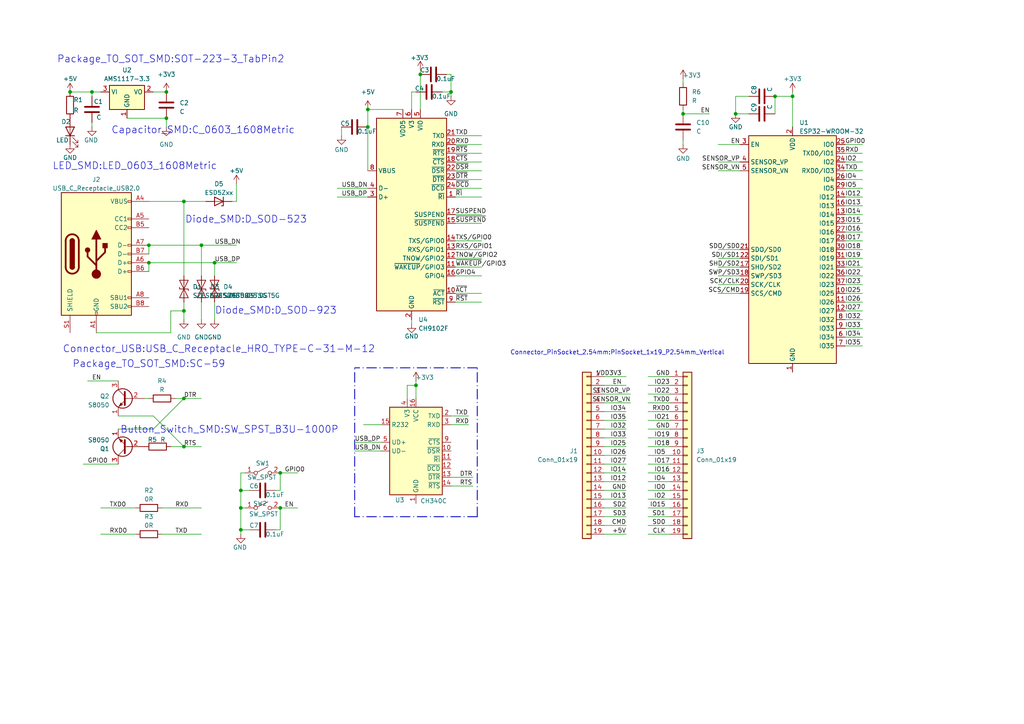
<source format=kicad_sch>
(kicad_sch (version 20231120) (generator "eeschema") (generator_version "8.0")
  (paper "A4")
  (lib_symbols
    (symbol "Connector:USB_C_Receptacle_USB2.0" (pin_names (offset 1.016))
      (property "Reference" "J" (at -10.16 19.05 0))
      (property "Value" "USB_C_Receptacle_USB2.0" (at 19.05 19.05 0))
      (symbol "USB_C_Receptacle_USB2.0_0_0"
        (rectangle (start -0.254 -17.78) (end 0.254 -16.764))
        (rectangle (start 10.16 -14.986) (end 9.144 -15.494))
        (rectangle (start 10.16 -12.446) (end 9.144 -12.954))
        (rectangle (start 10.16 -4.826) (end 9.144 -5.334))
        (rectangle (start 10.16 -2.286) (end 9.144 -2.794))
        (rectangle (start 10.16 0.254) (end 9.144 -0.254))
        (rectangle (start 10.16 2.794) (end 9.144 2.286))
        (rectangle (start 10.16 7.874) (end 9.144 7.366))
        (rectangle (start 10.16 10.414) (end 9.144 9.906))
        (rectangle (start 10.16 15.494) (end 9.144 14.986))
      )
      (symbol "USB_C_Receptacle_USB2.0_0_1"
        (rectangle (start -10.16 17.78) (end 10.16 -17.78) (stroke (width 0.254)) (fill (type background)))
        (arc (start -8.89 -3.81) (mid -6.985 -5.7067) (end -5.08 -3.81) (stroke (width 0.508)))
        (arc (start -7.62 -3.81) (mid -6.985 -4.4423) (end -6.35 -3.81) (stroke (width 0.254)))
        (arc (start -7.62 -3.81) (mid -6.985 -4.4423) (end -6.35 -3.81) (stroke (width 0.254)) (fill (type outline)))
        (rectangle (start -7.62 -3.81) (end -6.35 3.81) (stroke (width 0.254)) (fill (type outline)))
        (arc (start -6.35 3.81) (mid -6.985 4.4423) (end -7.62 3.81) (stroke (width 0.254)))
        (arc (start -6.35 3.81) (mid -6.985 4.4423) (end -7.62 3.81) (stroke (width 0.254)) (fill (type outline)))
        (arc (start -5.08 3.81) (mid -6.985 5.7067) (end -8.89 3.81) (stroke (width 0.508)))
        (circle (center -2.54 1.143) (radius 0.635) (stroke (width 0.254)) (fill (type outline)))
        (circle (center 0 -5.842) (radius 1.27) (fill (type outline)))
        (polyline (pts (xy -8.89 -3.81) (xy -8.89 3.81)) (stroke (width 0.508)))
        (polyline (pts (xy -5.08 3.81) (xy -5.08 -3.81)) (stroke (width 0.508)))
        (polyline (pts (xy 0 -5.842) (xy 0 4.318)) (stroke (width 0.508)))
        (polyline (pts (xy 0 -3.302) (xy -2.54 -0.762) (xy -2.54 0.508)) (stroke (width 0.508)))
        (polyline (pts (xy 0 -2.032) (xy 2.54 0.508) (xy 2.54 1.778)) (stroke (width 0.508)))
        (polyline (pts (xy -1.27 4.318) (xy 0 6.858) (xy 1.27 4.318) (xy -1.27 4.318)) (stroke (width 0.254)) (fill (type outline)))
        (rectangle (start 1.905 1.778) (end 3.175 3.048) (stroke (width 0.254)) (fill (type outline)))
      )
      (symbol "USB_C_Receptacle_USB2.0_1_1"
        (pin passive line (at 0 -22.86 90) (length 5.08) (name "GND") (number "A1"))
        (pin passive line (at 0 -22.86 90) (length 5.08) hide (name "GND") (number "A12"))
        (pin passive line (at 15.24 15.24 180) (length 5.08) (name "VBUS") (number "A4"))
        (pin bidirectional line (at 15.24 10.16 180) (length 5.08) (name "CC1") (number "A5"))
        (pin bidirectional line (at 15.24 -2.54 180) (length 5.08) (name "D+") (number "A6"))
        (pin bidirectional line (at 15.24 2.54 180) (length 5.08) (name "D-") (number "A7"))
        (pin bidirectional line (at 15.24 -12.7 180) (length 5.08) (name "SBU1") (number "A8"))
        (pin passive line (at 15.24 15.24 180) (length 5.08) hide (name "VBUS") (number "A9"))
        (pin passive line (at 0 -22.86 90) (length 5.08) hide (name "GND") (number "B1"))
        (pin passive line (at 0 -22.86 90) (length 5.08) hide (name "GND") (number "B12"))
        (pin passive line (at 15.24 15.24 180) (length 5.08) hide (name "VBUS") (number "B4"))
        (pin bidirectional line (at 15.24 7.62 180) (length 5.08) (name "CC2") (number "B5"))
        (pin bidirectional line (at 15.24 -5.08 180) (length 5.08) (name "D+") (number "B6"))
        (pin bidirectional line (at 15.24 0 180) (length 5.08) (name "D-") (number "B7"))
        (pin bidirectional line (at 15.24 -15.24 180) (length 5.08) (name "SBU2") (number "B8"))
        (pin passive line (at 15.24 15.24 180) (length 5.08) hide (name "VBUS") (number "B9"))
        (pin passive line (at -7.62 -22.86 90) (length 5.08) (name "SHIELD") (number "S1"))
      )
    )
    (symbol "Connector_Generic:Conn_01x19" (pin_names (offset 1.016) hide)
      (property "Reference" "J" (at 0 25.4 0))
      (property "Value" "Conn_01x19" (at 0 -25.4 0))
      (symbol "Conn_01x19_1_1"
        (rectangle (start -1.27 -22.733) (end 0 -22.987) (stroke (width 0.1524)))
        (rectangle (start -1.27 -20.193) (end 0 -20.447) (stroke (width 0.1524)))
        (rectangle (start -1.27 -17.653) (end 0 -17.907) (stroke (width 0.1524)))
        (rectangle (start -1.27 -15.113) (end 0 -15.367) (stroke (width 0.1524)))
        (rectangle (start -1.27 -12.573) (end 0 -12.827) (stroke (width 0.1524)))
        (rectangle (start -1.27 -10.033) (end 0 -10.287) (stroke (width 0.1524)))
        (rectangle (start -1.27 -7.493) (end 0 -7.747) (stroke (width 0.1524)))
        (rectangle (start -1.27 -4.953) (end 0 -5.207) (stroke (width 0.1524)))
        (rectangle (start -1.27 -2.413) (end 0 -2.667) (stroke (width 0.1524)))
        (rectangle (start -1.27 0.127) (end 0 -0.127) (stroke (width 0.1524)))
        (rectangle (start -1.27 2.667) (end 0 2.413) (stroke (width 0.1524)))
        (rectangle (start -1.27 5.207) (end 0 4.953) (stroke (width 0.1524)))
        (rectangle (start -1.27 7.747) (end 0 7.493) (stroke (width 0.1524)))
        (rectangle (start -1.27 10.287) (end 0 10.033) (stroke (width 0.1524)))
        (rectangle (start -1.27 12.827) (end 0 12.573) (stroke (width 0.1524)))
        (rectangle (start -1.27 15.367) (end 0 15.113) (stroke (width 0.1524)))
        (rectangle (start -1.27 17.907) (end 0 17.653) (stroke (width 0.1524)))
        (rectangle (start -1.27 20.447) (end 0 20.193) (stroke (width 0.1524)))
        (rectangle (start -1.27 22.987) (end 0 22.733) (stroke (width 0.1524)))
        (rectangle (start -1.27 24.13) (end 1.27 -24.13) (stroke (width 0.254)) (fill (type background)))
        (pin passive line (at -5.08 22.86 0) (length 3.81) (name "Pin_1") (number "1"))
        (pin passive line (at -5.08 0 0) (length 3.81) (name "Pin_10") (number "10"))
        (pin passive line (at -5.08 -2.54 0) (length 3.81) (name "Pin_11") (number "11"))
        (pin passive line (at -5.08 -5.08 0) (length 3.81) (name "Pin_12") (number "12"))
        (pin passive line (at -5.08 -7.62 0) (length 3.81) (name "Pin_13") (number "13"))
        (pin passive line (at -5.08 -10.16 0) (length 3.81) (name "Pin_14") (number "14"))
        (pin passive line (at -5.08 -12.7 0) (length 3.81) (name "Pin_15") (number "15"))
        (pin passive line (at -5.08 -15.24 0) (length 3.81) (name "Pin_16") (number "16"))
        (pin passive line (at -5.08 -17.78 0) (length 3.81) (name "Pin_17") (number "17"))
        (pin passive line (at -5.08 -20.32 0) (length 3.81) (name "Pin_18") (number "18"))
        (pin passive line (at -5.08 -22.86 0) (length 3.81) (name "Pin_19") (number "19"))
        (pin passive line (at -5.08 20.32 0) (length 3.81) (name "Pin_2") (number "2"))
        (pin passive line (at -5.08 17.78 0) (length 3.81) (name "Pin_3") (number "3"))
        (pin passive line (at -5.08 15.24 0) (length 3.81) (name "Pin_4") (number "4"))
        (pin passive line (at -5.08 12.7 0) (length 3.81) (name "Pin_5") (number "5"))
        (pin passive line (at -5.08 10.16 0) (length 3.81) (name "Pin_6") (number "6"))
        (pin passive line (at -5.08 7.62 0) (length 3.81) (name "Pin_7") (number "7"))
        (pin passive line (at -5.08 5.08 0) (length 3.81) (name "Pin_8") (number "8"))
        (pin passive line (at -5.08 2.54 0) (length 3.81) (name "Pin_9") (number "9"))
      )
    )
    (symbol "Device:C" (pin_numbers hide) (pin_names (offset 0.254))
      (property "Reference" "C" (at 0.635 2.54 0))
      (property "Value" "C" (at 0.635 -2.54 0))
      (symbol "C_0_1"
        (polyline (pts (xy -2.032 -0.762) (xy 2.032 -0.762)) (stroke (width 0.508)))
        (polyline (pts (xy -2.032 0.762) (xy 2.032 0.762)) (stroke (width 0.508)))
      )
      (symbol "C_1_1"
        (pin passive line (at 0 3.81 270) (length 2.794) (name "~") (number "1"))
        (pin passive line (at 0 -3.81 90) (length 2.794) (name "~") (number "2"))
      )
    )
    (symbol "Device:LED" (pin_numbers hide) (pin_names (offset 1.016) hide)
      (property "Reference" "D" (at 0 2.54 0))
      (property "Value" "LED" (at 0 -2.54 0))
      (symbol "LED_0_1"
        (polyline (pts (xy -1.27 -1.27) (xy -1.27 1.27)) (stroke (width 0.254)))
        (polyline (pts (xy -1.27 0) (xy 1.27 0)))
        (polyline (pts (xy 1.27 -1.27) (xy 1.27 1.27) (xy -1.27 0) (xy 1.27 -1.27)) (stroke (width 0.254)))
        (polyline (pts (xy -3.048 -0.762) (xy -4.572 -2.286) (xy -3.81 -2.286) (xy -4.572 -2.286) (xy -4.572 -1.524)))
        (polyline (pts (xy -1.778 -0.762) (xy -3.302 -2.286) (xy -2.54 -2.286) (xy -3.302 -2.286) (xy -3.302 -1.524)))
      )
      (symbol "LED_1_1"
        (pin passive line (at -3.81 0 0) (length 2.54) (name "K") (number "1"))
        (pin passive line (at 3.81 0 180) (length 2.54) (name "A") (number "2"))
      )
    )
    (symbol "Device:R" (pin_numbers hide) (pin_names (offset 0))
      (property "Reference" "R" (at 2.032 0 90))
      (property "Value" "R" (at 0 0 90))
      (symbol "R_0_1"
        (rectangle (start -1.016 -2.54) (end 1.016 2.54) (stroke (width 0.254)))
      )
      (symbol "R_1_1"
        (pin passive line (at 0 3.81 270) (length 1.27) (name "~") (number "1"))
        (pin passive line (at 0 -3.81 90) (length 1.27) (name "~") (number "2"))
      )
    )
    (symbol "Diode:ESD5Zxx" (pin_numbers hide) (pin_names hide)
      (property "Reference" "D" (at 0 2.54 0))
      (property "Value" "ESD5Zxx" (at 0 -2.54 0))
      (symbol "ESD5Zxx_0_1"
        (polyline (pts (xy 1.27 0) (xy -1.27 0)))
        (polyline (pts (xy -1.27 -1.27) (xy -1.27 1.27) (xy -0.762 1.27)) (stroke (width 0.254)))
        (polyline (pts (xy 1.27 -1.27) (xy 1.27 1.27) (xy -1.27 0) (xy 1.27 -1.27)) (stroke (width 0.254)))
      )
      (symbol "ESD5Zxx_1_1"
        (pin passive line (at -3.81 0 0) (length 2.54) (name "K") (number "1"))
        (pin passive line (at 3.81 0 180) (length 2.54) (name "A") (number "2"))
      )
    )
    (symbol "Diode:SZESD9B5.0ST5G" (pin_numbers hide) (pin_names (offset 1.016) hide)
      (property "Reference" "D" (at 0 2.54 0))
      (property "Value" "SZESD9B5.0ST5G" (at 0 -2.54 0))
      (symbol "SZESD9B5.0ST5G_0_1"
        (polyline (pts (xy 1.27 0) (xy -1.27 0)))
        (polyline (pts (xy -2.54 -1.27) (xy 0 0) (xy -2.54 1.27) (xy -2.54 -1.27)) (stroke (width 0.2032)))
        (polyline (pts (xy 0.508 1.27) (xy 0 1.27) (xy 0 -1.27) (xy -0.508 -1.27)) (stroke (width 0.2032)))
        (polyline (pts (xy 2.54 1.27) (xy 2.54 -1.27) (xy 0 0) (xy 2.54 1.27)) (stroke (width 0.2032)))
      )
      (symbol "SZESD9B5.0ST5G_1_1"
        (pin passive line (at -3.81 0 0) (length 2.54) (name "A1") (number "1"))
        (pin passive line (at 3.81 0 180) (length 2.54) (name "A2") (number "2"))
      )
    )
    (symbol "GND_1" (power) (pin_numbers hide) (pin_names (offset 0) hide)
      (property "Value" "GND" (at 0 -3.81 0))
      (symbol "GND_1_0_1"
        (polyline (pts (xy 0 0) (xy 0 -1.27) (xy 1.27 -1.27) (xy 0 -2.54) (xy -1.27 -1.27) (xy 0 -1.27)))
      )
      (symbol "GND_1_1_1"
        (pin power_in line (at 0 0 270) (length 0) (name "~") (number "1"))
      )
    )
    (symbol "GND_2" (power) (pin_numbers hide) (pin_names (offset 0) hide)
      (property "Value" "GND" (at 0 -3.81 0))
      (symbol "GND_2_0_1"
        (polyline (pts (xy 0 0) (xy 0 -1.27) (xy 1.27 -1.27) (xy 0 -2.54) (xy -1.27 -1.27) (xy 0 -1.27)))
      )
      (symbol "GND_2_1_1"
        (pin power_in line (at 0 0 270) (length 0) (name "~") (number "1"))
      )
    )
    (symbol "Interface_USB:CH340C"
      (property "Reference" "U" (at -5.08 13.97 0))
      (property "Value" "CH340C" (at 1.27 13.97 0))
      (symbol "CH340C_0_1"
        (rectangle (start -7.62 12.7) (end 7.62 -12.7) (stroke (width 0.254)) (fill (type background)))
      )
      (symbol "CH340C_1_1"
        (pin power_in line (at 0 -15.24 90) (length 2.54) (name "GND") (number "1"))
        (pin input line (at 10.16 0 180) (length 2.54) (name "~{DSR}") (number "10"))
        (pin input line (at 10.16 -2.54 180) (length 2.54) (name "~{RI}") (number "11"))
        (pin input line (at 10.16 -5.08 180) (length 2.54) (name "~{DCD}") (number "12"))
        (pin output line (at 10.16 -7.62 180) (length 2.54) (name "~{DTR}") (number "13"))
        (pin output line (at 10.16 -10.16 180) (length 2.54) (name "~{RTS}") (number "14"))
        (pin input line (at -10.16 7.62 0) (length 2.54) (name "R232") (number "15"))
        (pin power_in line (at 0 15.24 270) (length 2.54) (name "VCC") (number "16"))
        (pin output line (at 10.16 10.16 180) (length 2.54) (name "TXD") (number "2"))
        (pin input line (at 10.16 7.62 180) (length 2.54) (name "RXD") (number "3"))
        (pin passive line (at -2.54 15.24 270) (length 2.54) (name "V3") (number "4"))
        (pin bidirectional line (at -10.16 2.54 0) (length 2.54) (name "UD+") (number "5"))
        (pin bidirectional line (at -10.16 0 0) (length 2.54) (name "UD-") (number "6"))
        (pin no_connect line (at -7.62 -7.62 0) (length 2.54) hide (name "NC") (number "7"))
        (pin no_connect line (at -7.62 -10.16 0) (length 2.54) hide (name "NC") (number "8"))
        (pin input line (at 10.16 2.54 180) (length 2.54) (name "~{CTS}") (number "9"))
      )
    )
    (symbol "Interface_USB:CH9102F"
      (property "Reference" "U" (at -8.89 29.21 0))
      (property "Value" "CH9102F" (at 12.7 29.21 0))
      (symbol "CH9102F_1_1"
        (rectangle (start -10.16 27.94) (end 10.16 -27.94) (stroke (width 0.254)) (fill (type background)))
        (pin input line (at 12.7 5.08 180) (length 2.54) (name "~{RI}") (number "1"))
        (pin output line (at 12.7 -22.86 180) (length 2.54) (name "~{ACT}") (number "10"))
        (pin bidirectional line (at 12.7 -15.24 180) (length 2.54) (name "~{WAKEUP}/GPIO3") (number "11"))
        (pin bidirectional line (at 12.7 -12.7 180) (length 2.54) (name "TNOW/GPIO2") (number "12"))
        (pin bidirectional line (at 12.7 -10.16 180) (length 2.54) (name "RXS/GPIO1") (number "13"))
        (pin bidirectional line (at 12.7 -7.62 180) (length 2.54) (name "TXS/GPIO0") (number "14"))
        (pin output line (at 12.7 -2.54 180) (length 2.54) (name "~{SUSPEND}") (number "15"))
        (pin bidirectional line (at 12.7 -17.78 180) (length 2.54) (name "GPIO4") (number "16"))
        (pin output line (at 12.7 0 180) (length 2.54) (name "SUSPEND") (number "17"))
        (pin input line (at 12.7 15.24 180) (length 2.54) (name "~{CTS}") (number "18"))
        (pin output line (at 12.7 17.78 180) (length 2.54) (name "~{RTS}") (number "19"))
        (pin power_in line (at 0 -30.48 90) (length 2.54) (name "GND") (number "2"))
        (pin input line (at 12.7 20.32 180) (length 2.54) (name "RXD") (number "20"))
        (pin output line (at 12.7 22.86 180) (length 2.54) (name "TXD") (number "21"))
        (pin input line (at 12.7 12.7 180) (length 2.54) (name "~{DSR}") (number "22"))
        (pin output line (at 12.7 10.16 180) (length 2.54) (name "~{DTR}") (number "23"))
        (pin input line (at 12.7 7.62 180) (length 2.54) (name "~{DCD}") (number "24"))
        (pin passive line (at 0 -30.48 90) (length 2.54) hide (name "GND") (number "25"))
        (pin bidirectional line (at -12.7 5.08 0) (length 2.54) (name "D+") (number "3"))
        (pin bidirectional line (at -12.7 7.62 0) (length 2.54) (name "D-") (number "4"))
        (pin power_in line (at 2.54 30.48 270) (length 2.54) (name "VIO") (number "5"))
        (pin power_out line (at 0 30.48 270) (length 2.54) (name "V3") (number "6"))
        (pin power_in line (at -2.54 30.48 270) (length 2.54) (name "VDD5") (number "7"))
        (pin input line (at -12.7 12.7 0) (length 2.54) (name "VBUS") (number "8"))
        (pin input line (at 12.7 -25.4 180) (length 2.54) (name "~{RST}") (number "9"))
      )
    )
    (symbol "RF_Module:ESP32-WROOM-32"
      (property "Reference" "U" (at -12.7 34.29 0))
      (property "Value" "ESP32-WROOM-32" (at 1.27 34.29 0))
      (symbol "ESP32-WROOM-32_0_1"
        (rectangle (start -12.7 33.02) (end 12.7 -33.02) (stroke (width 0.254)) (fill (type background)))
      )
      (symbol "ESP32-WROOM-32_1_1"
        (pin power_in line (at 0 -35.56 90) (length 2.54) (name "GND") (number "1"))
        (pin bidirectional line (at 15.24 -12.7 180) (length 2.54) (name "IO25") (number "10"))
        (pin bidirectional line (at 15.24 -15.24 180) (length 2.54) (name "IO26") (number "11"))
        (pin bidirectional line (at 15.24 -17.78 180) (length 2.54) (name "IO27") (number "12"))
        (pin bidirectional line (at 15.24 10.16 180) (length 2.54) (name "IO14") (number "13"))
        (pin bidirectional line (at 15.24 15.24 180) (length 2.54) (name "IO12") (number "14"))
        (pin passive line (at 0 -35.56 90) (length 2.54) hide (name "GND") (number "15"))
        (pin bidirectional line (at 15.24 12.7 180) (length 2.54) (name "IO13") (number "16"))
        (pin bidirectional line (at -15.24 -5.08 0) (length 2.54) (name "SHD/SD2") (number "17"))
        (pin bidirectional line (at -15.24 -7.62 0) (length 2.54) (name "SWP/SD3") (number "18"))
        (pin bidirectional line (at -15.24 -12.7 0) (length 2.54) (name "SCS/CMD") (number "19"))
        (pin power_in line (at 0 35.56 270) (length 2.54) (name "VDD") (number "2"))
        (pin bidirectional line (at -15.24 -10.16 0) (length 2.54) (name "SCK/CLK") (number "20"))
        (pin bidirectional line (at -15.24 0 0) (length 2.54) (name "SDO/SD0") (number "21"))
        (pin bidirectional line (at -15.24 -2.54 0) (length 2.54) (name "SDI/SD1") (number "22"))
        (pin bidirectional line (at 15.24 7.62 180) (length 2.54) (name "IO15") (number "23"))
        (pin bidirectional line (at 15.24 25.4 180) (length 2.54) (name "IO2") (number "24"))
        (pin bidirectional line (at 15.24 30.48 180) (length 2.54) (name "IO0") (number "25"))
        (pin bidirectional line (at 15.24 20.32 180) (length 2.54) (name "IO4") (number "26"))
        (pin bidirectional line (at 15.24 5.08 180) (length 2.54) (name "IO16") (number "27"))
        (pin bidirectional line (at 15.24 2.54 180) (length 2.54) (name "IO17") (number "28"))
        (pin bidirectional line (at 15.24 17.78 180) (length 2.54) (name "IO5") (number "29"))
        (pin input line (at -15.24 30.48 0) (length 2.54) (name "EN") (number "3"))
        (pin bidirectional line (at 15.24 0 180) (length 2.54) (name "IO18") (number "30"))
        (pin bidirectional line (at 15.24 -2.54 180) (length 2.54) (name "IO19") (number "31"))
        (pin no_connect line (at -12.7 -27.94 0) (length 2.54) hide (name "NC") (number "32"))
        (pin bidirectional line (at 15.24 -5.08 180) (length 2.54) (name "IO21") (number "33"))
        (pin bidirectional line (at 15.24 22.86 180) (length 2.54) (name "RXD0/IO3") (number "34"))
        (pin bidirectional line (at 15.24 27.94 180) (length 2.54) (name "TXD0/IO1") (number "35"))
        (pin bidirectional line (at 15.24 -7.62 180) (length 2.54) (name "IO22") (number "36"))
        (pin bidirectional line (at 15.24 -10.16 180) (length 2.54) (name "IO23") (number "37"))
        (pin passive line (at 0 -35.56 90) (length 2.54) hide (name "GND") (number "38"))
        (pin passive line (at 0 -35.56 90) (length 2.54) hide (name "GND") (number "39"))
        (pin input line (at -15.24 25.4 0) (length 2.54) (name "SENSOR_VP") (number "4"))
        (pin input line (at -15.24 22.86 0) (length 2.54) (name "SENSOR_VN") (number "5"))
        (pin input line (at 15.24 -25.4 180) (length 2.54) (name "IO34") (number "6"))
        (pin input line (at 15.24 -27.94 180) (length 2.54) (name "IO35") (number "7"))
        (pin bidirectional line (at 15.24 -20.32 180) (length 2.54) (name "IO32") (number "8"))
        (pin bidirectional line (at 15.24 -22.86 180) (length 2.54) (name "IO33") (number "9"))
      )
    )
    (symbol "Regulator_Linear:AMS1117-3.3"
      (property "Reference" "U" (at -3.81 3.175 0))
      (property "Value" "AMS1117-3.3" (at 0 3.175 0))
      (symbol "AMS1117-3.3_0_1"
        (rectangle (start -5.08 -5.08) (end 5.08 1.905) (stroke (width 0.254)) (fill (type background)))
      )
      (symbol "AMS1117-3.3_1_1"
        (pin power_in line (at 0 -7.62 90) (length 2.54) (name "GND") (number "1"))
        (pin power_out line (at 7.62 0 180) (length 2.54) (name "VO") (number "2"))
        (pin power_in line (at -7.62 0 0) (length 2.54) (name "VI") (number "3"))
      )
    )
    (symbol "Switch:SW_SPST" (pin_names (offset 0) hide)
      (property "Reference" "SW" (at 0 3.175 0))
      (property "Value" "SW_SPST" (at 0 -2.54 0))
      (symbol "SW_SPST_0_0"
        (circle (center -2.032 0) (radius 0.508))
        (polyline (pts (xy -1.524 0.254) (xy 1.524 1.778)))
        (circle (center 2.032 0) (radius 0.508))
      )
      (symbol "SW_SPST_1_1"
        (pin passive line (at -5.08 0 0) (length 2.54) (name "A") (number "1"))
        (pin passive line (at 5.08 0 180) (length 2.54) (name "B") (number "2"))
      )
    )
    (symbol "Transistor_BJT:S8050" (pin_names (offset 0) hide)
      (property "Reference" "Q" (at 5.08 1.905 0))
      (property "Value" "S8050" (at 5.08 0 0))
      (symbol "S8050_0_1"
        (polyline (pts (xy 0 0) (xy 0.635 0)))
        (polyline (pts (xy 0.635 0.635) (xy 2.54 2.54)))
        (polyline (pts (xy 0.635 -0.635) (xy 2.54 -2.54) (xy 2.54 -2.54)))
        (polyline (pts (xy 0.635 1.905) (xy 0.635 -1.905) (xy 0.635 -1.905)) (stroke (width 0.508)))
        (polyline (pts (xy 1.27 -1.778) (xy 1.778 -1.27) (xy 2.286 -2.286) (xy 1.27 -1.778) (xy 1.27 -1.778)) (fill (type outline)))
        (circle (center 1.27 0) (radius 2.8194) (stroke (width 0.254)))
      )
      (symbol "S8050_1_1"
        (pin passive line (at 2.54 -5.08 90) (length 2.54) (name "E") (number "1"))
        (pin input line (at -5.08 0 0) (length 5.08) (name "B") (number "2"))
        (pin passive line (at 2.54 5.08 270) (length 2.54) (name "C") (number "3"))
      )
    )
    (symbol "power:+3.3V" (power) (pin_names (offset 0))
      (property "Value" "+3.3V" (at 0 3.556 0))
      (symbol "+3.3V_0_1"
        (polyline (pts (xy -0.762 1.27) (xy 0 2.54)))
        (polyline (pts (xy 0 0) (xy 0 2.54)))
        (polyline (pts (xy 0 2.54) (xy 0.762 1.27)))
      )
      (symbol "+3.3V_1_1"
        (pin power_in line (at 0 0 90) (length 0) hide (name "+3.3V") (number "1"))
      )
    )
    (symbol "power:+3V3" (power) (pin_names (offset 0))
      (property "Value" "+3V3" (at 0 3.556 0))
      (symbol "+3V3_0_1"
        (polyline (pts (xy -0.762 1.27) (xy 0 2.54)))
        (polyline (pts (xy 0 0) (xy 0 2.54)))
        (polyline (pts (xy 0 2.54) (xy 0.762 1.27)))
      )
      (symbol "+3V3_1_1"
        (pin power_in line (at 0 0 90) (length 0) hide (name "+3V3") (number "1"))
      )
    )
    (symbol "power:+5V" (power) (pin_names (offset 0))
      (property "Value" "+5V" (at 0 3.556 0))
      (symbol "+5V_0_1"
        (polyline (pts (xy -0.762 1.27) (xy 0 2.54)))
        (polyline (pts (xy 0 0) (xy 0 2.54)))
        (polyline (pts (xy 0 2.54) (xy 0.762 1.27)))
      )
      (symbol "+5V_1_1"
        (pin power_in line (at 0 0 90) (length 0) hide (name "+5V") (number "1"))
      )
    )
    (symbol "power:GND" (power) (pin_names (offset 0))
      (property "Value" "GND" (at 0 -3.81 0))
      (symbol "GND_0_1"
        (polyline (pts (xy 0 0) (xy 0 -1.27) (xy 1.27 -1.27) (xy 0 -2.54) (xy -1.27 -1.27) (xy 0 -1.27)))
      )
      (symbol "GND_1_1"
        (pin power_in line (at 0 0 270) (length 0) hide (name "GND") (number "1"))
      )
    )
    (symbol "power:VDD" (power) (pin_numbers hide) (pin_names (offset 0) hide)
      (property "Value" "VDD" (at 0 3.556 0))
      (symbol "VDD_0_1"
        (polyline (pts (xy -0.762 1.27) (xy 0 2.54)))
        (polyline (pts (xy 0 0) (xy 0 2.54)))
        (polyline (pts (xy 0 2.54) (xy 0.762 1.27)))
      )
      (symbol "VDD_1_1"
        (pin power_in line (at 0 0 90) (length 0) (name "~") (number "1"))
      )
    )
  )
  (junction (at 48.26 34.29))
  (junction (at 20.32 26.67))
  (junction (at 120.65 111.76))
  (junction (at 81.28 137.16))
  (junction (at 53.34 115.57))
  (junction (at 213.36 33.02))
  (junction (at 229.87 27.94))
  (junction (at 26.67 26.67))
  (junction (at 69.85 147.32))
  (junction (at 106.68 31.75))
  (junction (at 130.81 26.67))
  (junction (at 121.92 21.59))
  (junction (at 43.18 76.2))
  (junction (at 69.85 142.24))
  (junction (at 53.34 90.17))
  (junction (at 198.12 33.02))
  (junction (at 62.23 76.2))
  (junction (at 224.79 27.94))
  (junction (at 43.18 71.12))
  (junction (at 69.85 153.67))
  (junction (at 58.42 71.12))
  (junction (at 53.34 58.42))
  (junction (at 106.68 36.83))
  (junction (at 53.34 129.54))
  (junction (at 81.28 147.32))
  (junction (at 48.26 26.67))
  (wire (pts (xy 132.08 46.99) (xy 139.7 46.99)))
  (wire (pts (xy 62.23 76.2) (xy 68.58 76.2)))
  (wire (pts (xy 214.63 80.01) (xy 208.28 80.01)))
  (wire (pts (xy 53.34 87.63) (xy 53.34 90.17)))
  (wire (pts (xy 245.11 49.53) (xy 250.19 49.53)))
  (wire (pts (xy 181.61 121.92) (xy 175.26 121.92)))
  (wire (pts (xy 245.11 100.33) (xy 250.19 100.33)))
  (wire (pts (xy 49.53 90.17) (xy 53.34 90.17)))
  (wire (pts (xy 119.38 92.71) (xy 119.38 93.98)))
  (wire (pts (xy 69.85 147.32) (xy 71.12 147.32)))
  (wire (pts (xy 118.11 115.57) (xy 118.11 111.76)))
  (wire (pts (xy 175.26 132.08) (xy 181.61 132.08)))
  (wire (pts (xy 181.61 129.54) (xy 175.26 129.54)))
  (wire (pts (xy 41.91 115.57) (xy 43.18 115.57)))
  (wire (pts (xy 187.96 154.94) (xy 194.31 154.94)))
  (wire (pts (xy 214.63 74.93) (xy 208.28 74.93)))
  (wire (pts (xy 34.29 124.46) (xy 44.45 124.46)))
  (wire (pts (xy 132.08 85.09) (xy 139.7 85.09)))
  (wire (pts (xy 29.21 147.32) (xy 39.37 147.32)))
  (wire (pts (xy 245.11 64.77) (xy 250.19 64.77)))
  (wire (pts (xy 132.08 54.61) (xy 139.7 54.61)))
  (wire (pts (xy 245.11 41.91) (xy 250.19 41.91)))
  (wire (pts (xy 245.11 72.39) (xy 250.19 72.39)))
  (polyline (pts (xy 138.43 149.86) (xy 138.43 106.68)) (stroke (width 0.254) (type dash_dot)))
  (wire (pts (xy 194.31 134.62) (xy 187.96 134.62)))
  (wire (pts (xy 130.81 138.43) (xy 137.16 138.43)))
  (wire (pts (xy 132.08 80.01) (xy 139.7 80.01)))
  (wire (pts (xy 130.81 21.59) (xy 130.81 26.67)))
  (wire (pts (xy 110.49 128.27) (xy 102.87 128.27)))
  (wire (pts (xy 187.96 144.78) (xy 194.31 144.78)))
  (wire (pts (xy 187.96 149.86) (xy 194.31 149.86)))
  (wire (pts (xy 132.08 74.93) (xy 139.7 74.93)))
  (wire (pts (xy 187.96 152.4) (xy 194.31 152.4)))
  (wire (pts (xy 181.61 142.24) (xy 175.26 142.24)))
  (wire (pts (xy 69.85 147.32) (xy 69.85 153.67)))
  (wire (pts (xy 214.63 82.55) (xy 208.28 82.55)))
  (wire (pts (xy 187.96 132.08) (xy 194.31 132.08)))
  (wire (pts (xy 81.28 147.32) (xy 86.36 147.32)))
  (wire (pts (xy 214.63 72.39) (xy 208.28 72.39)))
  (wire (pts (xy 132.08 57.15) (xy 139.7 57.15)))
  (wire (pts (xy 53.34 129.54) (xy 58.42 129.54)))
  (wire (pts (xy 58.42 87.63) (xy 58.42 92.71)))
  (wire (pts (xy 245.11 80.01) (xy 250.19 80.01)))
  (wire (pts (xy 110.49 123.19) (xy 105.41 123.19)))
  (wire (pts (xy 97.79 57.15) (xy 106.68 57.15)))
  (wire (pts (xy 175.26 149.86) (xy 181.61 149.86)))
  (wire (pts (xy 128.27 26.67) (xy 130.81 26.67)))
  (wire (pts (xy 198.12 22.86) (xy 198.12 24.13)))
  (wire (pts (xy 97.79 54.61) (xy 106.68 54.61)))
  (wire (pts (xy 194.31 137.16) (xy 187.96 137.16)))
  (wire (pts (xy 187.96 139.7) (xy 194.31 139.7)))
  (wire (pts (xy 194.31 116.84) (xy 187.96 116.84)))
  (wire (pts (xy 80.01 142.24) (xy 81.28 142.24)))
  (polyline (pts (xy 138.43 149.86) (xy 102.87 149.86)) (stroke (width 0.254) (type dash_dot)))
  (wire (pts (xy 99.06 36.83) (xy 99.06 39.37)))
  (wire (pts (xy 194.31 127) (xy 187.96 127)))
  (wire (pts (xy 245.11 54.61) (xy 250.19 54.61)))
  (wire (pts (xy 245.11 46.99) (xy 250.19 46.99)))
  (wire (pts (xy 181.61 124.46) (xy 175.26 124.46)))
  (wire (pts (xy 132.08 52.07) (xy 139.7 52.07)))
  (wire (pts (xy 69.85 137.16) (xy 71.12 137.16)))
  (wire (pts (xy 25.4 110.49) (xy 34.29 110.49)))
  (wire (pts (xy 121.92 20.32) (xy 121.92 21.59)))
  (wire (pts (xy 194.31 114.3) (xy 187.96 114.3)))
  (wire (pts (xy 36.83 34.29) (xy 48.26 34.29)))
  (wire (pts (xy 43.18 71.12) (xy 58.42 71.12)))
  (wire (pts (xy 214.63 46.99) (xy 208.28 46.99)))
  (wire (pts (xy 181.61 154.94) (xy 175.26 154.94)))
  (wire (pts (xy 106.68 36.83) (xy 106.68 49.53)))
  (wire (pts (xy 116.84 31.75) (xy 106.68 31.75)))
  (wire (pts (xy 43.18 76.2) (xy 43.18 78.74)))
  (wire (pts (xy 194.31 111.76) (xy 187.96 111.76)))
  (polyline (pts (xy 138.43 106.68) (xy 102.87 106.68)) (stroke (width 0.254) (type dash_dot)))
  (wire (pts (xy 81.28 137.16) (xy 86.36 137.16)))
  (wire (pts (xy 49.53 96.52) (xy 49.53 90.17)))
  (wire (pts (xy 44.45 26.67) (xy 48.26 26.67)))
  (wire (pts (xy 194.31 119.38) (xy 187.96 119.38)))
  (wire (pts (xy 181.61 147.32) (xy 175.26 147.32)))
  (wire (pts (xy 132.08 41.91) (xy 139.7 41.91)))
  (wire (pts (xy 245.11 52.07) (xy 250.19 52.07)))
  (wire (pts (xy 132.08 49.53) (xy 139.7 49.53)))
  (wire (pts (xy 132.08 64.77) (xy 139.7 64.77)))
  (wire (pts (xy 130.81 26.67) (xy 130.81 27.94)))
  (wire (pts (xy 81.28 147.32) (xy 81.28 153.67)))
  (wire (pts (xy 53.34 115.57) (xy 58.42 115.57)))
  (wire (pts (xy 229.87 26.67) (xy 229.87 27.94)))
  (wire (pts (xy 175.26 109.22) (xy 181.61 109.22)))
  (wire (pts (xy 106.68 31.75) (xy 106.68 36.83)))
  (wire (pts (xy 181.61 119.38) (xy 175.26 119.38)))
  (wire (pts (xy 34.29 120.65) (xy 44.45 120.65)))
  (wire (pts (xy 120.65 111.76) (xy 120.65 115.57)))
  (wire (pts (xy 245.11 57.15) (xy 250.19 57.15)))
  (wire (pts (xy 245.11 74.93) (xy 250.19 74.93)))
  (wire (pts (xy 53.34 58.42) (xy 59.69 58.42)))
  (wire (pts (xy 245.11 87.63) (xy 250.19 87.63)))
  (wire (pts (xy 187.96 147.32) (xy 194.31 147.32)))
  (wire (pts (xy 132.08 77.47) (xy 139.7 77.47)))
  (wire (pts (xy 175.26 114.3) (xy 182.88 114.3)))
  (wire (pts (xy 121.92 21.59) (xy 121.92 31.75)))
  (wire (pts (xy 132.08 87.63) (xy 139.7 87.63)))
  (wire (pts (xy 69.85 153.67) (xy 69.85 154.94)))
  (wire (pts (xy 245.11 90.17) (xy 250.19 90.17)))
  (wire (pts (xy 24.13 134.62) (xy 34.29 134.62)))
  (wire (pts (xy 214.63 77.47) (xy 208.28 77.47)))
  (wire (pts (xy 214.63 41.91) (xy 208.28 41.91)))
  (wire (pts (xy 245.11 97.79) (xy 250.19 97.79)))
  (wire (pts (xy 245.11 82.55) (xy 250.19 82.55)))
  (wire (pts (xy 187.96 142.24) (xy 194.31 142.24)))
  (wire (pts (xy 44.45 120.65) (xy 53.34 129.54)))
  (wire (pts (xy 26.67 26.67) (xy 29.21 26.67)))
  (wire (pts (xy 58.42 71.12) (xy 58.42 80.01)))
  (wire (pts (xy 245.11 62.23) (xy 250.19 62.23)))
  (wire (pts (xy 43.18 76.2) (xy 62.23 76.2)))
  (wire (pts (xy 68.58 53.34) (xy 68.58 58.42)))
  (wire (pts (xy 69.85 137.16) (xy 69.85 142.24)))
  (wire (pts (xy 62.23 76.2) (xy 62.23 80.01)))
  (wire (pts (xy 130.81 21.59) (xy 129.54 21.59)))
  (wire (pts (xy 194.31 121.92) (xy 187.96 121.92)))
  (wire (pts (xy 245.11 95.25) (xy 250.19 95.25)))
  (wire (pts (xy 20.32 26.67) (xy 26.67 26.67)))
  (wire (pts (xy 229.87 27.94) (xy 229.87 36.83)))
  (wire (pts (xy 67.31 58.42) (xy 68.58 58.42)))
  (wire (pts (xy 43.18 58.42) (xy 53.34 58.42)))
  (wire (pts (xy 119.38 26.67) (xy 119.38 31.75)))
  (wire (pts (xy 26.67 36.83) (xy 26.67 35.56)))
  (wire (pts (xy 43.18 71.12) (xy 43.18 73.66)))
  (wire (pts (xy 27.94 96.52) (xy 49.53 96.52)))
  (wire (pts (xy 119.38 26.67) (xy 120.65 26.67)))
  (wire (pts (xy 130.81 140.97) (xy 137.16 140.97)))
  (wire (pts (xy 194.31 124.46) (xy 187.96 124.46)))
  (wire (pts (xy 224.79 27.94) (xy 224.79 33.02)))
  (wire (pts (xy 130.81 120.65) (xy 135.89 120.65)))
  (wire (pts (xy 245.11 44.45) (xy 250.19 44.45)))
  (wire (pts (xy 175.26 116.84) (xy 182.88 116.84)))
  (wire (pts (xy 181.61 152.4) (xy 175.26 152.4)))
  (wire (pts (xy 245.11 69.85) (xy 250.19 69.85)))
  (wire (pts (xy 132.08 44.45) (xy 139.7 44.45)))
  (wire (pts (xy 213.36 27.94) (xy 213.36 33.02)))
  (wire (pts (xy 46.99 147.32) (xy 58.42 147.32)))
  (wire (pts (xy 181.61 127) (xy 175.26 127)))
  (wire (pts (xy 69.85 153.67) (xy 72.39 153.67)))
  (wire (pts (xy 214.63 85.09) (xy 208.28 85.09)))
  (wire (pts (xy 194.31 109.22) (xy 187.96 109.22)))
  (wire (pts (xy 48.26 34.29) (xy 48.26 36.83)))
  (wire (pts (xy 214.63 49.53) (xy 208.28 49.53)))
  (wire (pts (xy 198.12 33.02) (xy 205.74 33.02)))
  (wire (pts (xy 69.85 142.24) (xy 69.85 147.32)))
  (wire (pts (xy 224.79 27.94) (xy 229.87 27.94)))
  (wire (pts (xy 132.08 62.23) (xy 139.7 62.23)))
  (wire (pts (xy 198.12 41.91) (xy 198.12 40.64)))
  (wire (pts (xy 181.61 139.7) (xy 175.26 139.7)))
  (wire (pts (xy 245.11 85.09) (xy 250.19 85.09)))
  (wire (pts (xy 132.08 72.39) (xy 139.7 72.39)))
  (wire (pts (xy 245.11 92.71) (xy 250.19 92.71)))
  (wire (pts (xy 80.01 153.67) (xy 81.28 153.67)))
  (wire (pts (xy 26.67 27.94) (xy 26.67 26.67)))
  (wire (pts (xy 132.08 69.85) (xy 139.7 69.85)))
  (wire (pts (xy 120.65 110.49) (xy 120.65 111.76)))
  (wire (pts (xy 50.8 115.57) (xy 53.34 115.57)))
  (wire (pts (xy 130.81 123.19) (xy 135.89 123.19)))
  (wire (pts (xy 194.31 129.54) (xy 187.96 129.54)))
  (polyline (pts (xy 102.87 149.86) (xy 102.87 106.68)) (stroke (width 0.254) (type dash_dot)))
  (wire (pts (xy 44.45 124.46) (xy 53.34 115.57)))
  (wire (pts (xy 132.08 39.37) (xy 139.7 39.37)))
  (wire (pts (xy 58.42 71.12) (xy 68.58 71.12)))
  (wire (pts (xy 198.12 31.75) (xy 198.12 33.02)))
  (wire (pts (xy 102.87 130.81) (xy 110.49 130.81)))
  (wire (pts (xy 245.11 67.31) (xy 250.19 67.31)))
  (wire (pts (xy 181.61 137.16) (xy 175.26 137.16)))
  (wire (pts (xy 245.11 77.47) (xy 250.19 77.47)))
  (wire (pts (xy 181.61 134.62) (xy 175.26 134.62)))
  (wire (pts (xy 181.61 144.78) (xy 175.26 144.78)))
  (wire (pts (xy 62.23 87.63) (xy 62.23 92.71)))
  (wire (pts (xy 53.34 58.42) (xy 53.34 80.01)))
  (wire (pts (xy 118.11 111.76) (xy 120.65 111.76)))
  (wire (pts (xy 46.99 154.94) (xy 58.42 154.94)))
  (wire (pts (xy 29.21 154.94) (xy 39.37 154.94)))
  (wire (pts (xy 245.11 59.69) (xy 250.19 59.69)))
  (wire (pts (xy 81.28 137.16) (xy 81.28 142.24)))
  (wire (pts (xy 69.85 142.24) (xy 72.39 142.24)))
  (wire (pts (xy 53.34 90.17) (xy 53.34 92.71)))
  (wire (pts (xy 175.26 111.76) (xy 181.61 111.76)))
  (wire (pts (xy 213.36 27.94) (xy 217.17 27.94)))
  (wire (pts (xy 49.53 129.54) (xy 53.34 129.54)))
  (wire (pts (xy 213.36 33.02) (xy 217.17 33.02)))
  (text "Button_Switch_SMD:SW_SPST_B3U-1000P" (at 66.548 124.714 0) (effects (font (size 2.032 2.032))))
  (text "Diode_SMD:D_SOD-923" (at 80.01 90.17 0) (effects (font (size 2.032 2.032))))
  (text "Package_TO_SOT_SMD:SC-59" (at 43.18 105.664 0) (effects (font (size 2.032 2.032))))
  (text "LED_SMD:LED_0603_1608Metric" (at 39.116 48.26 0) (effects (font (size 2.032 2.032))))
  (text "Package_TO_SOT_SMD:SOT-223-3_TabPin2" (at 49.53 17.272 0) (effects (font (size 2.032 2.032))))
  (text "Capacitor_SMD:C_0603_1608Metric" (at 58.928 37.846 0) (effects (font (size 2.032 2.032))))
  (text "Connector_PinSocket_2.54mm:PinSocket_1x19_P2.54mm_Vertical" (at 179.07 102.362 0) (effects (font (size 1.27 1.27))))
  (text "Diode_SMD:D_SOD-523" (at 71.374 63.754 0) (effects (font (size 2.032 2.032))))
  (text "Connector_USB:USB_C_Receptacle_HRO_TYPE-C-31-M-12" (at 63.5 101.346 0) (effects (font (size 2.032 2.032))))
  (label "IO17" (at 245.11 69.85 0))
  (label "IO15" (at 193.04 147.32 180))
  (label "~{DTR}" (at 132.08 52.07 0))
  (label "IO26" (at 181.61 132.08 180))
  (label "IO5" (at 245.11 54.61 0))
  (label "DTR" (at 133.35 138.43 0))
  (label "USB_DP" (at 62.23 76.2 0))
  (label "IO35" (at 181.61 121.92 180))
  (label "GPIO4" (at 132.08 80.01 0))
  (label "IO13" (at 245.11 59.69 0))
  (label "SENSOR_VP" (at 182.88 114.3 180))
  (label "IO0" (at 193.04 142.24 180))
  (label "IO14" (at 245.11 62.23 0))
  (label "~{DCD}" (at 132.08 54.61 0))
  (label "DTR" (at 53.34 115.57 0))
  (label "EN" (at 203.2 33.02 0))
  (label "IO16" (at 194.31 137.16 180))
  (label "IO4" (at 193.04 139.7 180))
  (label "IO32" (at 181.61 124.46 180))
  (label "IO13" (at 181.61 144.78 180))
  (label "VDD3V3" (at 180.34 109.22 180))
  (label "IO12" (at 245.11 57.15 0))
  (label "EN" (at 26.67 110.49 0))
  (label "SHD/SD2" (at 214.63 77.47 180))
  (label "GPIO0" (at 25.4 134.62 0))
  (label "IO23" (at 194.31 111.76 180))
  (label "IO4" (at 245.11 52.07 0))
  (label "IO27" (at 245.11 90.17 0))
  (label "SD3" (at 181.61 149.86 180))
  (label "GND" (at 181.61 142.24 180))
  (label "IO5" (at 193.04 132.08 180))
  (label "GPIO0" (at 82.55 137.16 0))
  (label "TXD0" (at 194.31 116.84 180))
  (label "IO15" (at 245.11 64.77 0))
  (label "~{RST}" (at 132.08 87.63 0))
  (label "IO32" (at 245.11 92.71 0))
  (label "IO16" (at 245.11 67.31 0))
  (label "~{SUSPEND}" (at 132.08 64.77 0))
  (label "IO2" (at 193.04 144.78 180))
  (label "USB_DN" (at 102.87 130.81 0))
  (label "IO33" (at 181.61 127 180))
  (label "IO14" (at 181.61 137.16 180))
  (label "SUSPEND" (at 132.08 62.23 0))
  (label "IO21" (at 194.31 121.92 180))
  (label "IO35" (at 245.11 100.33 0))
  (label "IO18" (at 194.31 129.54 180))
  (label "EN" (at 180.34 111.76 180))
  (label "USB_DP" (at 99.06 57.15 0))
  (label "IO26" (at 245.11 87.63 0))
  (label "SWP/SD3" (at 214.63 80.01 180))
  (label "RXD" (at 132.08 123.19 0))
  (label "RXD0" (at 194.31 119.38 180))
  (label "SENSOR_VN" (at 182.88 116.84 180))
  (label "RTS" (at 53.34 129.54 0))
  (label "CMD" (at 181.61 152.4 180))
  (label "IO19" (at 194.31 127 180))
  (label "~{CTS}" (at 132.08 46.99 0))
  (label "SD0" (at 193.04 152.4 180))
  (label "SENSOR_VP" (at 214.63 46.99 180))
  (label "EN" (at 214.63 41.91 180))
  (label "TXD0" (at 31.75 147.32 0))
  (label "TXD" (at 132.08 120.65 0))
  (label "SDO/SD0" (at 214.63 72.39 180))
  (label "SCS/CMD" (at 214.63 85.09 180))
  (label "IO19" (at 245.11 74.93 0))
  (label "RXD" (at 132.08 41.91 0))
  (label "RXS/GPIO1" (at 132.08 72.39 0))
  (label "SD2" (at 181.61 147.32 180))
  (label "IO25" (at 181.61 129.54 180))
  (label "SD1" (at 193.04 149.86 180))
  (label "~{ACT}" (at 132.08 85.09 0))
  (label "IO25" (at 245.11 85.09 0))
  (label "USB_DN" (at 99.06 54.61 0))
  (label "SENSOR_VN" (at 214.63 49.53 180))
  (label "~{WAKEUP}/GPIO3" (at 132.08 77.47 0))
  (label "IO2" (at 245.11 46.99 0))
  (label "IO22" (at 245.11 80.01 0))
  (label "IO21" (at 245.11 77.47 0))
  (label "TXD" (at 245.11 49.53 0))
  (label "~{RI}" (at 132.08 57.15 0))
  (label "SCK/CLK" (at 214.63 82.55 180))
  (label "GPIO0" (at 245.11 41.91 0))
  (label "EN" (at 82.55 147.32 0))
  (label "TXS/GPIO0" (at 132.08 69.85 0))
  (label "IO34" (at 245.11 97.79 0))
  (label "TXD" (at 132.08 39.37 0))
  (label "TNOW/GPIO2" (at 132.08 74.93 0))
  (label "IO18" (at 245.11 72.39 0))
  (label "SDI/SD1" (at 214.63 74.93 180))
  (label "TXD" (at 50.8 154.94 0))
  (label "IO17" (at 194.31 134.62 180))
  (label "~{RTS}" (at 132.08 44.45 0))
  (label "IO33" (at 245.11 95.25 0))
  (label "RXD" (at 50.8 147.32 0))
  (label "RXD0" (at 31.75 154.94 0))
  (label "RXD" (at 245.11 44.45 0))
  (label "+5V" (at 181.61 154.94 180))
  (label "IO34" (at 181.61 119.38 180))
  (label "IO23" (at 245.11 82.55 0))
  (label "GND" (at 194.31 109.22 180))
  (label "USB_DN" (at 62.23 71.12 0))
  (label "CLK" (at 193.04 154.94 180))
  (label "IO27" (at 181.61 134.62 180))
  (label "GND" (at 194.31 124.46 180))
  (label "IO22" (at 194.31 114.3 180))
  (label "~{DSR}" (at 132.08 49.53 0))
  (label "RTS" (at 133.35 140.97 0))
  (label "USB_DP" (at 102.87 128.27 0))
  (label "IO12" (at 181.61 139.7 180))
  (symbol (lib_id "Interface_USB:CH9102F") (at 119.38 62.23 0) (unit 1)
    (property "Reference" "U4" (at 121.3359 92.71 0) (effects (justify left)))
    (property "Value" "CH9102F" (at 121.3359 95.25 0) (effects (justify left)))
    (property "Footprint" "Package_DFN_QFN:QFN-24-1EP_4x4mm_P0.5mm_EP2.6x2.6mm" (effects (hide yes)))
    (property "Datasheet" "http://www.wch-ic.com/downloads/CH9102DS1_PDF.html" (effects (hide yes)))
  )
  (symbol (lib_id "Connector_Generic:Conn_01x19") (at 199.39 132.08 0) (unit 1)
    (property "Reference" "J3" (at 201.93 130.8099 0) (effects (justify left)))
    (property "Value" "Conn_01x19" (at 201.93 133.3499 0) (effects (justify left)))
    (property "Footprint" "Connector_PinSocket_2.54mm:PinSocket_1x19_P2.54mm_Vertical" (effects (hide yes)))
    (property "Description" "Generic connector, single row, 01x19, script generated (kicad-library-utils/schlib/autogen/connector/)" (effects (hide yes)))
  )
  (symbol (lib_id "Connector_Generic:Conn_01x19") (at 170.18 132.08 0) (mirror y) (unit 1)
    (property "Reference" "J1" (at 167.64 130.8099 0) (effects (justify left)))
    (property "Value" "Conn_01x19" (at 167.64 133.3499 0) (effects (justify left)))
    (property "Footprint" "Connector_PinSocket_2.54mm:PinSocket_1x19_P2.54mm_Vertical" (effects (hide yes)))
    (property "Description" "Generic connector, single row, 01x19, script generated (kicad-library-utils/schlib/autogen/connector/)" (effects (hide yes)))
  )
  (symbol (lib_id "power:+3V3") (at 120.65 110.49 0) (unit 1)
    (property "Reference" "#PWR010" (effects (hide yes)))
    (property "Value" "+3V3" (at 123.19 109.474 0))
  )
  (symbol (lib_id "power:+3.3V") (at 48.26 26.67 0) (unit 1)
    (property "Reference" "#PWR011" (effects (hide yes)))
    (property "Value" "+3V3" (at 48.26 21.59 0))
  )
  (symbol (lib_id "Switch:SW_SPST") (at 76.2 147.32 0) (unit 1)
    (property "Reference" "SW2" (at 75.438 146.05 0))
    (property "Value" "SW_SPST" (at 76.454 149.098 0))
    (property "Footprint" "Button_Switch_SMD:SW_SPST_B3U-1000P" (effects (hide yes)))
    (property "Description" "Single Pole Single Throw (SPST) switch" (effects (hide yes)))
  )
  (symbol (lib_id "power:GND") (at 58.42 92.71 0) (unit 1)
    (property "Reference" "#PWR08" (effects (hide yes)))
    (property "Value" "GND" (at 58.42 97.79 0))
  )
  (symbol (lib_id "power:+5V") (at 68.58 53.34 0) (unit 1)
    (property "Reference" "#PWR06" (effects (hide yes)))
    (property "Value" "+5V" (at 68.58 49.53 0))
  )
  (symbol (lib_id "Interface_USB:CH340C") (at 120.65 130.81 0) (unit 1)
    (property "Reference" "U3" (at 114.554 145.034 0) (effects (justify left)))
    (property "Value" "CH340C" (at 121.92 145.288 0) (effects (justify left)))
    (property "Footprint" "Package_SO:SOIC-16_3.9x9.9mm_P1.27mm" (effects (hide yes)))
    (property "Datasheet" "https://datasheet.lcsc.com/szlcsc/Jiangsu-Qin-Heng-CH340C_C84681.pdf" (effects (hide yes)))
  )
  (symbol (lib_id "power:+3V3") (at 198.12 22.86 0) (unit 1)
    (property "Reference" "#PWR020" (effects (hide yes)))
    (property "Value" "+3V3" (at 200.66 21.844 0))
  )
  (symbol (lib_id "Device:R") (at 198.12 27.94 180) (unit 1)
    (property "Reference" "R6" (at 200.66 26.6699 0) (effects (justify right)))
    (property "Value" "R" (at 200.66 29.2099 0) (effects (justify right)))
    (property "Footprint" "Resistor_SMD:R_0603_1608Metric" (effects (hide yes)))
  )
  (symbol (lib_id "power:+5V") (at 20.32 26.67 0) (unit 1)
    (property "Reference" "#PWR04" (effects (hide yes)))
    (property "Value" "+5V" (at 20.32 22.86 0))
  )
  (symbol (lib_name "GND_2") (lib_id "power:GND") (at 130.81 27.94 0) (unit 1)
    (property "Reference" "#PWR013" (effects (hide yes)))
    (property "Value" "GND" (at 130.81 33.02 0))
    (property "Description" "Power symbol creates a global label with name \"GND\" , ground" (effects (hide yes)))
  )
  (symbol (lib_name "GND_1") (lib_id "power:GND") (at 69.85 154.94 0) (unit 1)
    (property "Reference" "#PWR017" (effects (hide yes)))
    (property "Value" "GND" (at 69.596 158.75 0))
    (property "Description" "Power symbol creates a global label with name \"GND\" , ground" (effects (hide yes)))
  )
  (symbol (lib_id "power:GND") (at 26.67 36.83 0) (unit 1)
    (property "Reference" "#PWR03" (effects (hide yes)))
    (property "Value" "GND" (at 26.416 40.64 0))
  )
  (symbol (lib_id "Device:C") (at 76.2 153.67 90) (unit 1)
    (property "Reference" "C7" (at 73.66 152.4 90))
    (property "Value" "0.1uF" (at 79.756 154.94 90))
    (property "Footprint" "Capacitor_SMD:C_0603_1608Metric" (effects (hide yes)))
    (property "Description" "Unpolarized capacitor" (effects (hide yes)))
  )
  (symbol (lib_id "power:GND") (at 198.12 41.91 0) (unit 1)
    (property "Reference" "#PWR019" (effects (hide yes)))
    (property "Value" "GND" (at 198.12 45.974 0))
  )
  (symbol (lib_id "Diode:SZESD9B5.0ST5G") (at 53.34 83.82 90) (unit 1)
    (property "Reference" "D1" (at 55.88 83.185 90) (effects (justify right)))
    (property "Value" "SZESD9B5.0ST5G" (at 55.88 85.725 90) (effects (justify right)))
    (property "Footprint" "Diode_SMD:D_SOD-923" (effects (hide yes)))
    (property "Datasheet" "https://www.onsemi.com/pub/Collateral/ESD9B-D.PDF" (effects (hide yes)))
  )
  (symbol (lib_id "power:+3.3V") (at 106.68 31.75 0) (unit 1)
    (property "Reference" "#PWR015" (effects (hide yes)))
    (property "Value" "+5V" (at 106.68 26.67 0))
  )
  (symbol (lib_id "Device:R") (at 43.18 154.94 90) (unit 1)
    (property "Reference" "R3" (at 43.18 149.86 90))
    (property "Value" "0R" (at 43.18 152.4 90))
    (property "Footprint" "Resistor_SMD:R_0603_1608Metric" (effects (hide yes)))
  )
  (symbol (lib_name "GND_2") (lib_id "power:GND") (at 213.36 33.02 0) (unit 1)
    (property "Reference" "#PWR018" (effects (hide yes)))
    (property "Value" "GND" (at 213.36 36.83 0))
    (property "Description" "Power symbol creates a global label with name \"GND\" , ground" (effects (hide yes)))
  )
  (symbol (lib_id "RF_Module:ESP32-WROOM-32") (at 229.87 72.39 0) (unit 1)
    (property "Reference" "U1" (at 231.8259 35.56 0) (effects (justify left)))
    (property "Value" "ESP32-WROOM-32" (at 231.8259 38.1 0) (effects (justify left)))
    (property "Footprint" "RF_Module:ESP32-WROOM-32" (effects (hide yes)))
    (property "Datasheet" "https://www.espressif.com/sites/default/files/documentation/esp32-wroom-32_datasheet_en.pdf" (effects (hide yes)))
  )
  (symbol (lib_id "Device:C") (at 48.26 30.48 0) (unit 1)
    (property "Reference" "C2" (at 52.07 29.845 0) (effects (justify left)))
    (property "Value" "C" (at 52.07 32.385 0) (effects (justify left)))
    (property "Footprint" "Capacitor_SMD:C_0603_1608Metric" (effects (hide yes)))
  )
  (symbol (lib_id "power:GND") (at 62.23 92.71 0) (unit 1)
    (property "Reference" "#PWR09" (effects (hide yes)))
    (property "Value" "GND" (at 62.23 97.79 0))
  )
  (symbol (lib_id "Diode:SZESD9B5.0ST5G") (at 58.42 83.82 90) (unit 1)
    (property "Reference" "D3" (at 60.96 83.185 90) (effects (justify right)))
    (property "Value" "SZESD9B5.0ST5G" (at 60.96 85.725 90) (effects (justify right)))
    (property "Footprint" "Diode_SMD:D_SOD-923" (effects (hide yes)))
    (property "Datasheet" "https://www.onsemi.com/pub/Collateral/ESD9B-D.PDF" (effects (hide yes)))
  )
  (symbol (lib_id "Device:C") (at 125.73 21.59 90) (unit 1)
    (property "Reference" "C3" (at 123.19 20.32 90))
    (property "Value" "0.1uF" (at 129.286 22.86 90))
    (property "Footprint" "Capacitor_SMD:C_0603_1608Metric" (effects (hide yes)))
    (property "Description" "Unpolarized capacitor" (effects (hide yes)))
  )
  (symbol (lib_id "Device:C") (at 124.46 26.67 90) (unit 1)
    (property "Reference" "C4" (at 121.666 25.654 90))
    (property "Value" "0.1uF" (at 128.016 27.94 90))
    (property "Footprint" "Capacitor_SMD:C_0603_1608Metric" (effects (hide yes)))
    (property "Description" "Unpolarized capacitor" (effects (hide yes)))
  )
  (symbol (lib_id "Device:R") (at 20.32 30.48 0) (unit 1)
    (property "Reference" "R1" (at 21.336 28.956 0) (effects (justify left)))
    (property "Value" "R" (at 21.336 32.004 0) (effects (justify left)))
    (property "Footprint" "Resistor_SMD:R_0603_1608Metric" (effects (hide yes)))
  )
  (symbol (lib_id "Switch:SW_SPST") (at 76.2 137.16 0) (unit 1)
    (property "Reference" "SW1" (at 76.2 134.366 0))
    (property "Value" "SW_SPST" (at 75.946 138.43 0))
    (property "Footprint" "Button_Switch_SMD:SW_SPST_B3U-1000P" (effects (hide yes)))
    (property "Description" "Single Pole Single Throw (SPST) switch" (effects (hide yes)))
  )
  (symbol (lib_id "Diode:SZESD9B5.0ST5G") (at 62.23 83.82 90) (unit 1)
    (property "Reference" "D4" (at 64.77 83.185 90) (effects (justify right)))
    (property "Value" "SZESD9B5.0ST5G" (at 64.77 85.725 90) (effects (justify right)))
    (property "Footprint" "Diode_SMD:D_SOD-923" (effects (hide yes)))
    (property "Datasheet" "https://www.onsemi.com/pub/Collateral/ESD9B-D.PDF" (effects (hide yes)))
  )
  (symbol (lib_id "power:VDD") (at 121.92 20.32 0) (unit 1)
    (property "Reference" "#PWR012" (effects (hide yes)))
    (property "Value" "+3V3" (at 121.666 16.764 0))
    (property "Description" "Power symbol creates a global label with name \"VDD\"" (effects (hide yes)))
  )
  (symbol (lib_id "Device:C") (at 220.98 27.94 90) (unit 1)
    (property "Reference" "C8" (at 218.694 27.432 0) (effects (justify left)))
    (property "Value" "C" (at 223.266 26.67 0) (effects (justify left)))
    (property "Footprint" "Capacitor_SMD:C_0603_1608Metric" (effects (hide yes)))
  )
  (symbol (lib_id "Device:R") (at 43.18 147.32 90) (unit 1)
    (property "Reference" "R2" (at 43.18 142.24 90))
    (property "Value" "0R" (at 43.18 144.78 90))
    (property "Footprint" "Resistor_SMD:R_0603_1608Metric" (effects (hide yes)))
  )
  (symbol (lib_id "Diode:ESD5Zxx") (at 63.5 58.42 180) (unit 1)
    (property "Reference" "D5" (at 63.5 53.34 0))
    (property "Value" "ESD5Zxx" (at 63.5 55.88 0))
    (property "Footprint" "Diode_SMD:D_SOD-523" (effects (hide yes)))
    (property "Datasheet" "https://www.onsemi.com/pdf/datasheet/esd5z2.5t1-d.pdf" (effects (hide yes)))
  )
  (symbol (lib_id "power:GND") (at 53.34 92.71 0) (unit 1)
    (property "Reference" "#PWR07" (effects (hide yes)))
    (property "Value" "GND" (at 53.34 97.79 0))
  )
  (symbol (lib_id "Device:C") (at 220.98 33.02 90) (unit 1)
    (property "Reference" "C9" (at 218.694 32.512 0) (effects (justify left)))
    (property "Value" "C" (at 223.266 31.75 0) (effects (justify left)))
    (property "Footprint" "Capacitor_SMD:C_0603_1608Metric" (effects (hide yes)))
  )
  (symbol (lib_id "power:GND") (at 99.06 39.37 0) (unit 1)
    (property "Reference" "#PWR014" (effects (hide yes)))
    (property "Value" "GND" (at 99.06 43.434 0))
  )
  (symbol (lib_id "power:+5V") (at 229.87 26.67 0) (unit 1)
    (property "Reference" "#PWR01" (effects (hide yes)))
    (property "Value" "+3V3" (at 229.87 22.86 0))
  )
  (symbol (lib_id "Regulator_Linear:AMS1117-3.3") (at 36.83 26.67 0) (unit 1)
    (property "Reference" "U2" (at 36.83 20.32 0))
    (property "Value" "AMS1117-3.3" (at 36.83 22.86 0))
    (property "Footprint" "Package_TO_SOT_SMD:SOT-223-3_TabPin2" (effects (hide yes)))
    (property "Datasheet" "http://www.advanced-monolithic.com/pdf/ds1117.pdf" (effects (hide yes)))
  )
  (symbol (lib_id "Transistor_BJT:S8050") (at 36.83 115.57 0) (mirror y) (unit 1)
    (property "Reference" "Q2" (at 31.75 114.935 0) (effects (justify left)))
    (property "Value" "S8050" (at 31.75 117.475 0) (effects (justify left)))
    (property "Footprint" "Package_TO_SOT_SMD:SC-59" (effects (hide yes)))
    (property "Datasheet" "http://www.unisonic.com.tw/datasheet/S8050.pdf" (effects (hide yes)))
  )
  (symbol (lib_id "Connector:USB_C_Receptacle_USB2.0") (at 27.94 73.66 0) (unit 1)
    (property "Reference" "J2" (at 27.94 52.07 0))
    (property "Value" "USB_C_Receptacle_USB2.0" (at 27.94 54.61 0))
    (property "Footprint" "Connector_USB:USB_C_Receptacle_HRO_TYPE-C-31-M-12" (effects (hide yes)))
    (property "Datasheet" "https://www.usb.org/sites/default/files/documents/usb_type-c.zip" (effects (hide yes)))
  )
  (symbol (lib_id "Device:R") (at 45.72 129.54 90) (unit 1)
    (property "Reference" "R5" (at 44.196 127.508 90))
    (property "Value" "R" (at 47.244 127.508 90))
    (property "Footprint" "Resistor_SMD:R_0603_1608Metric" (effects (hide yes)))
  )
  (symbol (lib_id "Transistor_BJT:S8050") (at 36.83 129.54 180) (unit 1)
    (property "Reference" "Q1" (at 31.75 130.175 0) (effects (justify left)))
    (property "Value" "S8050" (at 31.75 127.635 0) (effects (justify left)))
    (property "Footprint" "Package_TO_SOT_SMD:SC-59" (effects (hide yes)))
    (property "Datasheet" "http://www.unisonic.com.tw/datasheet/S8050.pdf" (effects (hide yes)))
  )
  (symbol (lib_id "Device:C") (at 76.2 142.24 90) (unit 1)
    (property "Reference" "C6" (at 73.66 140.97 90))
    (property "Value" "0.1uF" (at 79.756 143.51 90))
    (property "Footprint" "Capacitor_SMD:C_0603_1608Metric" (effects (hide yes)))
    (property "Description" "Unpolarized capacitor" (effects (hide yes)))
  )
  (symbol (lib_id "Device:LED") (at 20.32 38.1 90) (unit 1)
    (property "Reference" "D2" (at 17.78 35.306 90) (effects (justify right)))
    (property "Value" "LED" (at 16.256 40.64 90) (effects (justify right)))
    (property "Footprint" "LED_SMD:LED_0603_1608Metric" (effects (hide yes)))
  )
  (symbol (lib_id "Device:R") (at 46.99 115.57 90) (unit 1)
    (property "Reference" "R4" (at 46.99 110.49 90))
    (property "Value" "R" (at 46.99 113.03 90))
    (property "Footprint" "Resistor_SMD:R_0603_1608Metric" (effects (hide yes)))
  )
  (symbol (lib_id "power:GND") (at 48.26 36.83 0) (unit 1)
    (property "Reference" "#PWR05" (effects (hide yes)))
    (property "Value" "GND" (at 48.26 41.91 0))
  )
  (symbol (lib_id "power:GND") (at 119.38 93.98 0) (unit 1)
    (property "Reference" "#PWR016" (effects (hide yes)))
    (property "Value" "GND" (at 119.38 97.536 0))
  )
  (symbol (lib_id "Device:C") (at 102.87 36.83 90) (unit 1)
    (property "Reference" "C5" (at 100.076 35.814 90))
    (property "Value" "0.1uF" (at 106.426 38.1 90))
    (property "Footprint" "Capacitor_SMD:C_0603_1608Metric" (effects (hide yes)))
    (property "Description" "Unpolarized capacitor" (effects (hide yes)))
  )
  (symbol (lib_id "Device:C") (at 26.67 31.75 0) (unit 1)
    (property "Reference" "C1" (at 27.178 29.464 0) (effects (justify left)))
    (property "Value" "C" (at 27.94 34.036 0) (effects (justify left)))
    (property "Footprint" "Capacitor_SMD:C_0603_1608Metric" (effects (hide yes)))
  )
  (symbol (lib_id "Device:C") (at 198.12 36.83 0) (unit 1)
    (property "Reference" "C10" (at 201.93 35.5599 0) (effects (justify left)))
    (property "Value" "C" (at 201.93 38.0999 0) (effects (justify left)))
    (property "Footprint" "Capacitor_SMD:C_0603_1608Metric" (effects (hide yes)))
  )
  (symbol (lib_id "power:GND") (at 20.32 41.91 0) (unit 1)
    (property "Reference" "#PWR02" (effects (hide yes)))
    (property "Value" "GND" (at 20.32 45.72 0))
  )
)
</source>
